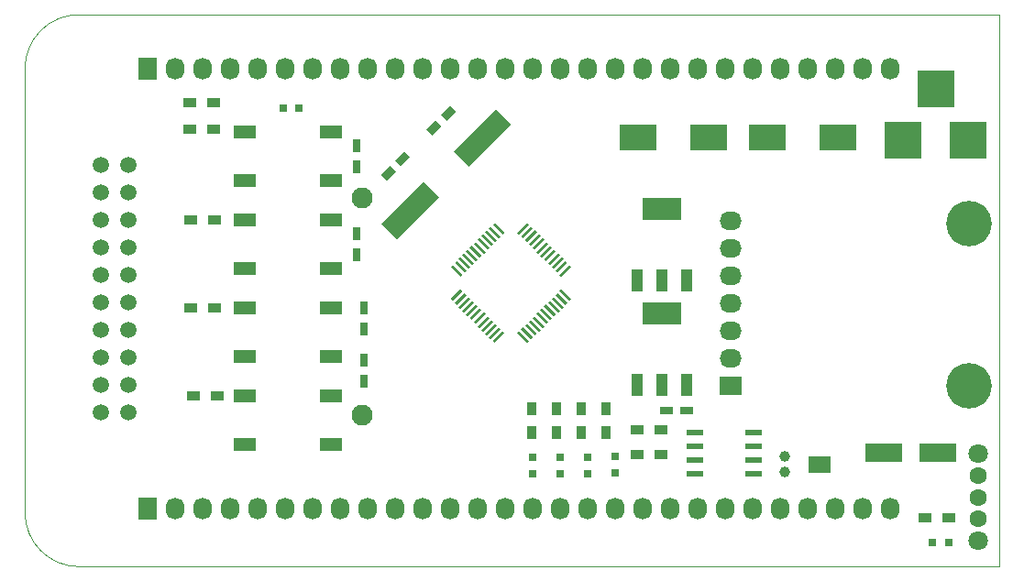
<source format=gbr>
G04 #@! TF.FileFunction,Soldermask,Top*
%FSLAX46Y46*%
G04 Gerber Fmt 4.6, Leading zero omitted, Abs format (unit mm)*
G04 Created by KiCad (PCBNEW (2015-01-16 BZR 5376)-product) date 8/3/2015 4:30:31 PM*
%MOMM*%
G01*
G04 APERTURE LIST*
%ADD10C,0.100000*%
%ADD11R,3.500120X3.500120*%
%ADD12R,2.032000X1.727200*%
%ADD13O,2.032000X1.727200*%
%ADD14C,4.200000*%
%ADD15C,1.948180*%
%ADD16R,0.750000X1.200000*%
%ADD17R,3.500120X2.400300*%
%ADD18R,1.200000X0.750000*%
%ADD19R,0.797560X0.797560*%
%ADD20R,3.500120X1.800860*%
%ADD21R,3.657600X2.032000*%
%ADD22R,1.016000X2.032000*%
%ADD23R,1.200000X0.900000*%
%ADD24R,0.900000X1.200000*%
%ADD25R,2.000000X1.300000*%
%ADD26C,1.600000*%
%ADD27C,1.800000*%
%ADD28R,1.550000X0.600000*%
%ADD29C,1.000760*%
%ADD30R,2.000000X1.600000*%
%ADD31C,1.506220*%
%ADD32R,1.727200X2.032000*%
%ADD33O,1.727200X2.032000*%
G04 APERTURE END LIST*
D10*
X165000000Y-107000000D02*
X80000000Y-107000000D01*
X80000000Y-56000000D02*
X165000000Y-56000000D01*
X165000000Y-56000000D02*
X165000000Y-107000000D01*
X75000000Y-61000000D02*
X75000000Y-102000000D01*
X80000000Y-56000000D02*
G75*
G03X75000000Y-61000000I0J-5000000D01*
G01*
X75000000Y-102000000D02*
G75*
G03X80000000Y-107000000I5000000J0D01*
G01*
D11*
X156105860Y-67564000D03*
X162105340Y-67564000D03*
X159105600Y-62865000D03*
D12*
X140208000Y-90296000D03*
D13*
X140208000Y-87756000D03*
X140208000Y-85216000D03*
X140208000Y-82676000D03*
X140208000Y-80136000D03*
X140208000Y-77596000D03*
X140208000Y-75056000D03*
D14*
X162208000Y-90296000D03*
X162208000Y-75296000D03*
D15*
X106172000Y-72964040D03*
X106172000Y-92964000D03*
D16*
X105664000Y-68138000D03*
X105664000Y-70038000D03*
D10*
G36*
X112580150Y-67147180D02*
X112049820Y-66616850D01*
X112898348Y-65768322D01*
X113428678Y-66298652D01*
X112580150Y-67147180D01*
X112580150Y-67147180D01*
G37*
G36*
X113923652Y-65803678D02*
X113393322Y-65273348D01*
X114241850Y-64424820D01*
X114772180Y-64955150D01*
X113923652Y-65803678D01*
X113923652Y-65803678D01*
G37*
D16*
X105664000Y-76266000D03*
X105664000Y-78166000D03*
D10*
G36*
X110050850Y-68615820D02*
X110581180Y-69146150D01*
X109732652Y-69994678D01*
X109202322Y-69464348D01*
X110050850Y-68615820D01*
X110050850Y-68615820D01*
G37*
G36*
X108707348Y-69959322D02*
X109237678Y-70489652D01*
X108389150Y-71338180D01*
X107858820Y-70807850D01*
X108707348Y-69959322D01*
X108707348Y-69959322D01*
G37*
D17*
X143560800Y-67310000D03*
X150063200Y-67310000D03*
D16*
X106299000Y-83124000D03*
X106299000Y-85024000D03*
D17*
X131622800Y-67310000D03*
X138125200Y-67310000D03*
D18*
X134241500Y-92583000D03*
X136141500Y-92583000D03*
D16*
X106299000Y-89850000D03*
X106299000Y-87950000D03*
D19*
X98818700Y-64643000D03*
X100317300Y-64643000D03*
D20*
X154345640Y-96456500D03*
X159344360Y-96456500D03*
D19*
X158826200Y-104775000D03*
X160324800Y-104775000D03*
X121920000Y-98412300D03*
X121920000Y-96913700D03*
X124460000Y-98412300D03*
X124460000Y-96913700D03*
X127000000Y-98412300D03*
X127000000Y-96913700D03*
X129540000Y-98348800D03*
X129540000Y-96850200D03*
D21*
X133858000Y-73914000D03*
D22*
X133858000Y-80518000D03*
X136144000Y-80518000D03*
X131572000Y-80518000D03*
D21*
X133858000Y-83566000D03*
D22*
X133858000Y-90170000D03*
X136144000Y-90170000D03*
X131572000Y-90170000D03*
D23*
X92413000Y-64135000D03*
X90213000Y-64135000D03*
X90213000Y-66611500D03*
X92413000Y-66611500D03*
X90340000Y-74930000D03*
X92540000Y-74930000D03*
X90340000Y-83058000D03*
X92540000Y-83058000D03*
X90594000Y-91186000D03*
X92794000Y-91186000D03*
X160358000Y-102489000D03*
X158158000Y-102489000D03*
D24*
X121767600Y-92422800D03*
X121767600Y-94622800D03*
X124104400Y-92422800D03*
X124104400Y-94622800D03*
X126390400Y-92422800D03*
X126390400Y-94622800D03*
X128676400Y-92422800D03*
X128676400Y-94622800D03*
D23*
X133751500Y-94361000D03*
X131551500Y-94361000D03*
X133751500Y-96647000D03*
X131551500Y-96647000D03*
D25*
X95339000Y-71338000D03*
X95339000Y-66838000D03*
X103289000Y-66838000D03*
X103289000Y-71338000D03*
D26*
X163068000Y-98584000D03*
X163068000Y-100584000D03*
X163068000Y-102584000D03*
D27*
X163068000Y-104584000D03*
X163068000Y-96584000D03*
D25*
X95339000Y-79466000D03*
X95339000Y-74966000D03*
X103289000Y-74966000D03*
X103289000Y-79466000D03*
X95339000Y-87594000D03*
X95339000Y-83094000D03*
X103289000Y-83094000D03*
X103289000Y-87594000D03*
X95339000Y-95722000D03*
X95339000Y-91222000D03*
X103289000Y-91222000D03*
X103289000Y-95722000D03*
D10*
G36*
X118208621Y-75380311D02*
X118385398Y-75203534D01*
X119304637Y-76122773D01*
X119127860Y-76299550D01*
X118208621Y-75380311D01*
X118208621Y-75380311D01*
G37*
G36*
X117855068Y-75733864D02*
X118031845Y-75557087D01*
X118951084Y-76476326D01*
X118774307Y-76653103D01*
X117855068Y-75733864D01*
X117855068Y-75733864D01*
G37*
G36*
X117501514Y-76087418D02*
X117678291Y-75910641D01*
X118597530Y-76829880D01*
X118420753Y-77006657D01*
X117501514Y-76087418D01*
X117501514Y-76087418D01*
G37*
G36*
X117147961Y-76440971D02*
X117324738Y-76264194D01*
X118243977Y-77183433D01*
X118067200Y-77360210D01*
X117147961Y-76440971D01*
X117147961Y-76440971D01*
G37*
G36*
X116794408Y-76794524D02*
X116971185Y-76617747D01*
X117890424Y-77536986D01*
X117713647Y-77713763D01*
X116794408Y-76794524D01*
X116794408Y-76794524D01*
G37*
G36*
X116440854Y-77148078D02*
X116617631Y-76971301D01*
X117536870Y-77890540D01*
X117360093Y-78067317D01*
X116440854Y-77148078D01*
X116440854Y-77148078D01*
G37*
G36*
X116087301Y-77501631D02*
X116264078Y-77324854D01*
X117183317Y-78244093D01*
X117006540Y-78420870D01*
X116087301Y-77501631D01*
X116087301Y-77501631D01*
G37*
G36*
X115733747Y-77855185D02*
X115910524Y-77678408D01*
X116829763Y-78597647D01*
X116652986Y-78774424D01*
X115733747Y-77855185D01*
X115733747Y-77855185D01*
G37*
G36*
X115380194Y-78208738D02*
X115556971Y-78031961D01*
X116476210Y-78951200D01*
X116299433Y-79127977D01*
X115380194Y-78208738D01*
X115380194Y-78208738D01*
G37*
G36*
X115026641Y-78562291D02*
X115203418Y-78385514D01*
X116122657Y-79304753D01*
X115945880Y-79481530D01*
X115026641Y-78562291D01*
X115026641Y-78562291D01*
G37*
G36*
X114673087Y-78915845D02*
X114849864Y-78739068D01*
X115769103Y-79658307D01*
X115592326Y-79835084D01*
X114673087Y-78915845D01*
X114673087Y-78915845D01*
G37*
G36*
X114319534Y-79269398D02*
X114496311Y-79092621D01*
X115415550Y-80011860D01*
X115238773Y-80188637D01*
X114319534Y-79269398D01*
X114319534Y-79269398D01*
G37*
G36*
X114496311Y-82451379D02*
X114319534Y-82274602D01*
X115238773Y-81355363D01*
X115415550Y-81532140D01*
X114496311Y-82451379D01*
X114496311Y-82451379D01*
G37*
G36*
X114849864Y-82804932D02*
X114673087Y-82628155D01*
X115592326Y-81708916D01*
X115769103Y-81885693D01*
X114849864Y-82804932D01*
X114849864Y-82804932D01*
G37*
G36*
X115203418Y-83158486D02*
X115026641Y-82981709D01*
X115945880Y-82062470D01*
X116122657Y-82239247D01*
X115203418Y-83158486D01*
X115203418Y-83158486D01*
G37*
G36*
X115556971Y-83512039D02*
X115380194Y-83335262D01*
X116299433Y-82416023D01*
X116476210Y-82592800D01*
X115556971Y-83512039D01*
X115556971Y-83512039D01*
G37*
G36*
X115910524Y-83865592D02*
X115733747Y-83688815D01*
X116652986Y-82769576D01*
X116829763Y-82946353D01*
X115910524Y-83865592D01*
X115910524Y-83865592D01*
G37*
G36*
X116264078Y-84219146D02*
X116087301Y-84042369D01*
X117006540Y-83123130D01*
X117183317Y-83299907D01*
X116264078Y-84219146D01*
X116264078Y-84219146D01*
G37*
G36*
X116617631Y-84572699D02*
X116440854Y-84395922D01*
X117360093Y-83476683D01*
X117536870Y-83653460D01*
X116617631Y-84572699D01*
X116617631Y-84572699D01*
G37*
G36*
X116971185Y-84926253D02*
X116794408Y-84749476D01*
X117713647Y-83830237D01*
X117890424Y-84007014D01*
X116971185Y-84926253D01*
X116971185Y-84926253D01*
G37*
G36*
X117324738Y-85279806D02*
X117147961Y-85103029D01*
X118067200Y-84183790D01*
X118243977Y-84360567D01*
X117324738Y-85279806D01*
X117324738Y-85279806D01*
G37*
G36*
X117678291Y-85633359D02*
X117501514Y-85456582D01*
X118420753Y-84537343D01*
X118597530Y-84714120D01*
X117678291Y-85633359D01*
X117678291Y-85633359D01*
G37*
G36*
X118031845Y-85986913D02*
X117855068Y-85810136D01*
X118774307Y-84890897D01*
X118951084Y-85067674D01*
X118031845Y-85986913D01*
X118031845Y-85986913D01*
G37*
G36*
X118385398Y-86340466D02*
X118208621Y-86163689D01*
X119127860Y-85244450D01*
X119304637Y-85421227D01*
X118385398Y-86340466D01*
X118385398Y-86340466D01*
G37*
G36*
X120471363Y-85421227D02*
X120648140Y-85244450D01*
X121567379Y-86163689D01*
X121390602Y-86340466D01*
X120471363Y-85421227D01*
X120471363Y-85421227D01*
G37*
G36*
X120824916Y-85067674D02*
X121001693Y-84890897D01*
X121920932Y-85810136D01*
X121744155Y-85986913D01*
X120824916Y-85067674D01*
X120824916Y-85067674D01*
G37*
G36*
X121178470Y-84714120D02*
X121355247Y-84537343D01*
X122274486Y-85456582D01*
X122097709Y-85633359D01*
X121178470Y-84714120D01*
X121178470Y-84714120D01*
G37*
G36*
X121532023Y-84360567D02*
X121708800Y-84183790D01*
X122628039Y-85103029D01*
X122451262Y-85279806D01*
X121532023Y-84360567D01*
X121532023Y-84360567D01*
G37*
G36*
X121885576Y-84007014D02*
X122062353Y-83830237D01*
X122981592Y-84749476D01*
X122804815Y-84926253D01*
X121885576Y-84007014D01*
X121885576Y-84007014D01*
G37*
G36*
X122239130Y-83653460D02*
X122415907Y-83476683D01*
X123335146Y-84395922D01*
X123158369Y-84572699D01*
X122239130Y-83653460D01*
X122239130Y-83653460D01*
G37*
G36*
X122592683Y-83299907D02*
X122769460Y-83123130D01*
X123688699Y-84042369D01*
X123511922Y-84219146D01*
X122592683Y-83299907D01*
X122592683Y-83299907D01*
G37*
G36*
X122946237Y-82946353D02*
X123123014Y-82769576D01*
X124042253Y-83688815D01*
X123865476Y-83865592D01*
X122946237Y-82946353D01*
X122946237Y-82946353D01*
G37*
G36*
X123299790Y-82592800D02*
X123476567Y-82416023D01*
X124395806Y-83335262D01*
X124219029Y-83512039D01*
X123299790Y-82592800D01*
X123299790Y-82592800D01*
G37*
G36*
X123653343Y-82239247D02*
X123830120Y-82062470D01*
X124749359Y-82981709D01*
X124572582Y-83158486D01*
X123653343Y-82239247D01*
X123653343Y-82239247D01*
G37*
G36*
X124006897Y-81885693D02*
X124183674Y-81708916D01*
X125102913Y-82628155D01*
X124926136Y-82804932D01*
X124006897Y-81885693D01*
X124006897Y-81885693D01*
G37*
G36*
X124360450Y-81532140D02*
X124537227Y-81355363D01*
X125456466Y-82274602D01*
X125279689Y-82451379D01*
X124360450Y-81532140D01*
X124360450Y-81532140D01*
G37*
G36*
X124537227Y-80188637D02*
X124360450Y-80011860D01*
X125279689Y-79092621D01*
X125456466Y-79269398D01*
X124537227Y-80188637D01*
X124537227Y-80188637D01*
G37*
G36*
X124183674Y-79835084D02*
X124006897Y-79658307D01*
X124926136Y-78739068D01*
X125102913Y-78915845D01*
X124183674Y-79835084D01*
X124183674Y-79835084D01*
G37*
G36*
X123830120Y-79481530D02*
X123653343Y-79304753D01*
X124572582Y-78385514D01*
X124749359Y-78562291D01*
X123830120Y-79481530D01*
X123830120Y-79481530D01*
G37*
G36*
X123476567Y-79127977D02*
X123299790Y-78951200D01*
X124219029Y-78031961D01*
X124395806Y-78208738D01*
X123476567Y-79127977D01*
X123476567Y-79127977D01*
G37*
G36*
X123123014Y-78774424D02*
X122946237Y-78597647D01*
X123865476Y-77678408D01*
X124042253Y-77855185D01*
X123123014Y-78774424D01*
X123123014Y-78774424D01*
G37*
G36*
X122769460Y-78420870D02*
X122592683Y-78244093D01*
X123511922Y-77324854D01*
X123688699Y-77501631D01*
X122769460Y-78420870D01*
X122769460Y-78420870D01*
G37*
G36*
X122415907Y-78067317D02*
X122239130Y-77890540D01*
X123158369Y-76971301D01*
X123335146Y-77148078D01*
X122415907Y-78067317D01*
X122415907Y-78067317D01*
G37*
G36*
X122062353Y-77713763D02*
X121885576Y-77536986D01*
X122804815Y-76617747D01*
X122981592Y-76794524D01*
X122062353Y-77713763D01*
X122062353Y-77713763D01*
G37*
G36*
X121708800Y-77360210D02*
X121532023Y-77183433D01*
X122451262Y-76264194D01*
X122628039Y-76440971D01*
X121708800Y-77360210D01*
X121708800Y-77360210D01*
G37*
G36*
X121355247Y-77006657D02*
X121178470Y-76829880D01*
X122097709Y-75910641D01*
X122274486Y-76087418D01*
X121355247Y-77006657D01*
X121355247Y-77006657D01*
G37*
G36*
X121001693Y-76653103D02*
X120824916Y-76476326D01*
X121744155Y-75557087D01*
X121920932Y-75733864D01*
X121001693Y-76653103D01*
X121001693Y-76653103D01*
G37*
G36*
X120648140Y-76299550D02*
X120471363Y-76122773D01*
X121390602Y-75203534D01*
X121567379Y-75380311D01*
X120648140Y-76299550D01*
X120648140Y-76299550D01*
G37*
D28*
X142273000Y-98425000D03*
X142273000Y-97155000D03*
X142273000Y-95885000D03*
X142273000Y-94615000D03*
X136873000Y-94615000D03*
X136873000Y-95885000D03*
X136873000Y-97155000D03*
X136873000Y-98425000D03*
D10*
G36*
X118479174Y-64765333D02*
X119892667Y-66178826D01*
X116004216Y-70067277D01*
X114590723Y-68653784D01*
X118479174Y-64765333D01*
X118479174Y-64765333D01*
G37*
G36*
X111833784Y-71410723D02*
X113247277Y-72824216D01*
X109358826Y-76712667D01*
X107945333Y-75299174D01*
X111833784Y-71410723D01*
X111833784Y-71410723D01*
G37*
D29*
X145161000Y-96786700D03*
X145161000Y-98285300D03*
D30*
X148411000Y-97536000D03*
D31*
X84582000Y-92710000D03*
X82042000Y-92710000D03*
X84582000Y-90170000D03*
X82042000Y-90170000D03*
X84582000Y-87630000D03*
X82042000Y-87630000D03*
X84582000Y-85090000D03*
X82042000Y-85090000D03*
X84582000Y-82550000D03*
X82042000Y-82550000D03*
X84582000Y-80010000D03*
X82042000Y-80010000D03*
X84582000Y-77470000D03*
X82042000Y-77470000D03*
X84582000Y-74930000D03*
X82042000Y-74930000D03*
X84582000Y-72390000D03*
X82042000Y-72390000D03*
X84582000Y-69850000D03*
X82042000Y-69850000D03*
D32*
X86360000Y-101600000D03*
D33*
X88900000Y-101600000D03*
X91440000Y-101600000D03*
X93980000Y-101600000D03*
X96520000Y-101600000D03*
X99060000Y-101600000D03*
X101600000Y-101600000D03*
X104140000Y-101600000D03*
X106680000Y-101600000D03*
X109220000Y-101600000D03*
X111760000Y-101600000D03*
X114300000Y-101600000D03*
X116840000Y-101600000D03*
X119380000Y-101600000D03*
X121920000Y-101600000D03*
X124460000Y-101600000D03*
X127000000Y-101600000D03*
X129540000Y-101600000D03*
X132080000Y-101600000D03*
X134620000Y-101600000D03*
X137160000Y-101600000D03*
X139700000Y-101600000D03*
X142240000Y-101600000D03*
X144780000Y-101600000D03*
X147320000Y-101600000D03*
X149860000Y-101600000D03*
X152400000Y-101600000D03*
X154940000Y-101600000D03*
D32*
X86360000Y-60960000D03*
D33*
X88900000Y-60960000D03*
X91440000Y-60960000D03*
X93980000Y-60960000D03*
X96520000Y-60960000D03*
X99060000Y-60960000D03*
X101600000Y-60960000D03*
X104140000Y-60960000D03*
X106680000Y-60960000D03*
X109220000Y-60960000D03*
X111760000Y-60960000D03*
X114300000Y-60960000D03*
X116840000Y-60960000D03*
X119380000Y-60960000D03*
X121920000Y-60960000D03*
X124460000Y-60960000D03*
X127000000Y-60960000D03*
X129540000Y-60960000D03*
X132080000Y-60960000D03*
X134620000Y-60960000D03*
X137160000Y-60960000D03*
X139700000Y-60960000D03*
X142240000Y-60960000D03*
X144780000Y-60960000D03*
X147320000Y-60960000D03*
X149860000Y-60960000D03*
X152400000Y-60960000D03*
X154940000Y-60960000D03*
M02*

</source>
